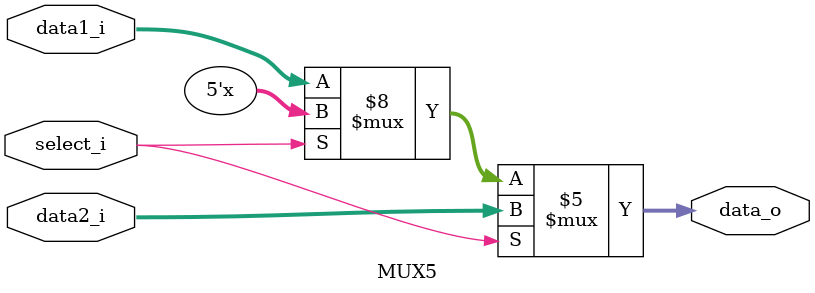
<source format=v>
module MUX5
(
	data1_i,
	data2_i,
	select_i,
	data_o
);

input [4:0] data1_i, data2_i;
input select_i;
output [4:0] data_o;
reg data_o;
always @(data1_i, data2_i, select_i)
begin
	if(select_i == 1'b0)
	begin
		data_o = data1_i;
	end
	if(select_i == 1'b1)
	begin
		data_o = data2_i;
	end
end

endmodule

</source>
